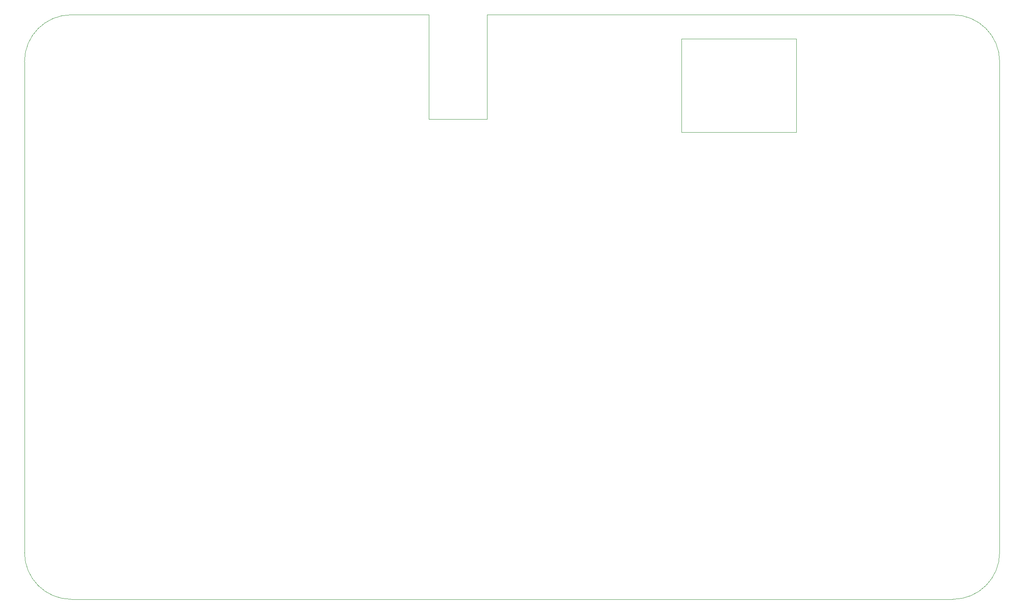
<source format=gm1>
%TF.GenerationSoftware,KiCad,Pcbnew,8.0.6*%
%TF.CreationDate,2024-11-15T02:04:34+00:00*%
%TF.ProjectId,keychron_hitbox,6b657963-6872-46f6-9e5f-686974626f78,rev?*%
%TF.SameCoordinates,Original*%
%TF.FileFunction,Profile,NP*%
%FSLAX46Y46*%
G04 Gerber Fmt 4.6, Leading zero omitted, Abs format (unit mm)*
G04 Created by KiCad (PCBNEW 8.0.6) date 2024-11-15 02:04:34*
%MOMM*%
%LPD*%
G01*
G04 APERTURE LIST*
%TA.AperFunction,Profile*%
%ADD10C,0.050000*%
%TD*%
G04 APERTURE END LIST*
D10*
X53000000Y-150000000D02*
X241500000Y-150000000D01*
X129460000Y-25000000D02*
X53000000Y-25000000D01*
X43000000Y-140000000D02*
X43000000Y-35000000D01*
X251500000Y-140000000D02*
G75*
G02*
X241500000Y-150000000I-10000000J0D01*
G01*
X241500000Y-25000000D02*
G75*
G02*
X251500000Y-35000000I0J-10000000D01*
G01*
X141890000Y-25000000D02*
X241500000Y-25000000D01*
X129460000Y-47350000D02*
X129460000Y-25000000D01*
X43000000Y-35000000D02*
G75*
G02*
X53000000Y-25000000I10000000J0D01*
G01*
X141890000Y-25000000D02*
X141890000Y-47350000D01*
X141890000Y-47350000D02*
X129460000Y-47350000D01*
X53000000Y-150000000D02*
G75*
G02*
X43000000Y-140000000I0J10000000D01*
G01*
X251500000Y-35000000D02*
X251500000Y-140000000D01*
X183500000Y-30150000D02*
X208000000Y-30150000D01*
X208000000Y-50150000D01*
X183500000Y-50150000D01*
X183500000Y-30150000D01*
M02*

</source>
